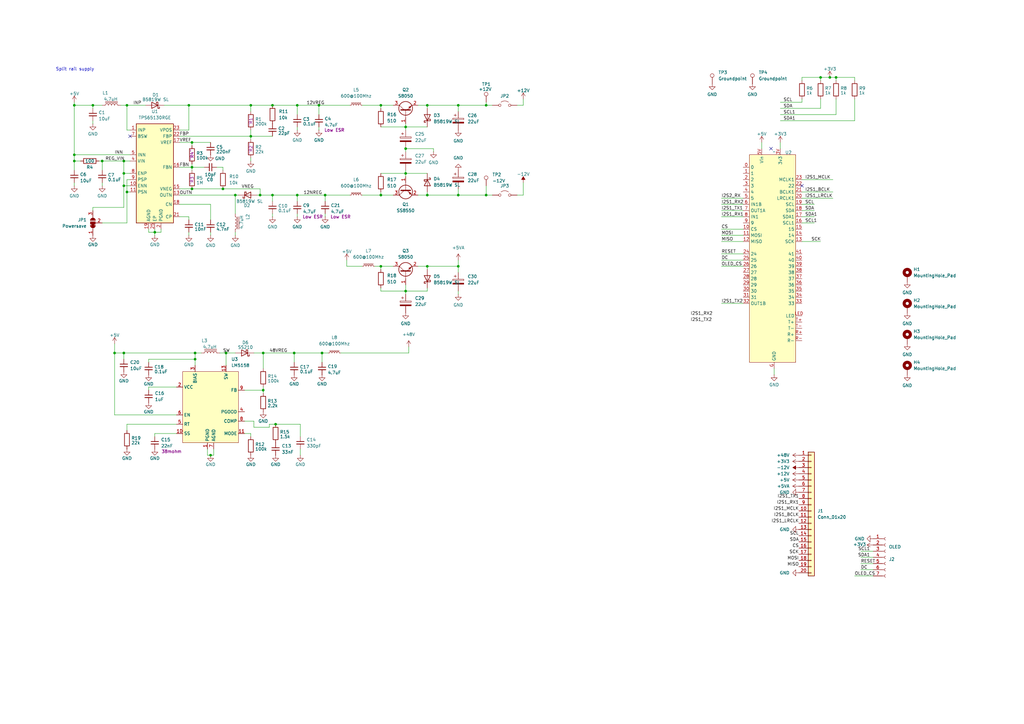
<source format=kicad_sch>
(kicad_sch (version 20250114) (generator "eeschema") (generator_version "9.0")
  (paper "A3")
  (text "Split rail supply" (at 22.86 29.21 0) (effects (font (size 1.27 1.27)) (justify left bottom)))
  (junction (at 156.21 109.22))
  (junction (at 342.9 31.75))
  (junction (at 175.26 109.22))
  (junction (at 77.47 43.18))
  (junction (at 102.87 55.88))
  (junction (at 166.37 52.07))
  (junction (at 50.8 66.04))
  (junction (at 50.8 71.12))
  (junction (at 133.35 80.01))
  (junction (at 80.01 147.32))
  (junction (at 30.48 63.5))
  (junction (at 175.26 43.18))
  (junction (at 175.26 80.01))
  (junction (at 92.71 144.78))
  (junction (at 86.36 186.69))
  (junction (at 187.96 109.22))
  (junction (at 336.55 31.75))
  (junction (at 199.39 80.01))
  (junction (at 113.03 173.99))
  (junction (at 340.36 31.75))
  (junction (at 102.87 43.18))
  (junction (at 96.52 80.01))
  (junction (at 30.48 43.18))
  (junction (at 166.37 60.96))
  (junction (at 106.68 80.01))
  (junction (at 111.76 43.18))
  (junction (at 78.74 68.58))
  (junction (at 38.1 43.18))
  (junction (at 52.07 78.74))
  (junction (at 52.07 43.18))
  (junction (at 187.96 80.01))
  (junction (at 46.99 144.78))
  (junction (at 156.21 43.18))
  (junction (at 30.48 66.04))
  (junction (at 50.8 144.78))
  (junction (at 121.92 43.18))
  (junction (at 63.5 95.25))
  (junction (at 132.08 144.78))
  (junction (at 50.8 76.2))
  (junction (at 91.44 77.47))
  (junction (at 199.39 43.18))
  (junction (at 121.92 80.01))
  (junction (at 156.21 80.01))
  (junction (at 78.74 77.47))
  (junction (at 120.65 144.78))
  (junction (at 41.91 66.04))
  (junction (at 80.01 144.78))
  (junction (at 187.96 43.18))
  (junction (at 107.95 160.02))
  (junction (at 130.81 43.18))
  (junction (at 111.76 80.01))
  (junction (at 166.37 71.12))
  (junction (at 78.74 58.42))
  (junction (at 107.95 144.78))
  (junction (at 166.37 119.38))
  (no_connect (at 53.34 55.88))
  (no_connect (at 328.93 76.2))
  (no_connect (at 316.23 60.96))
  (wire (pts (xy 175.26 43.18) (xy 187.96 43.18)))
  (wire (pts (xy 91.44 77.47) (xy 106.68 77.47)))
  (wire (pts (xy 104.14 175.26) (xy 110.49 175.26)))
  (wire (pts (xy 320.04 46.99) (xy 342.9 46.99)))
  (wire (pts (xy 358.14 226.06) (xy 353.06 226.06)))
  (wire (pts (xy 40.64 66.04) (xy 41.91 66.04)))
  (wire (pts (xy 358.14 228.6) (xy 353.06 228.6)))
  (wire (pts (xy 77.47 43.18) (xy 77.47 53.34)))
  (wire (pts (xy 295.91 86.36) (xy 304.8 86.36)))
  (wire (pts (xy 78.74 68.58) (xy 83.82 68.58)))
  (wire (pts (xy 97.79 80.01) (xy 96.52 80.01)))
  (wire (pts (xy 320.04 44.45) (xy 336.55 44.45)))
  (wire (pts (xy 320.04 58.42) (xy 320.04 60.96)))
  (wire (pts (xy 73.66 83.82) (xy 86.36 83.82)))
  (wire (pts (xy 52.07 78.74) (xy 52.07 91.44)))
  (wire (pts (xy 78.74 59.69) (xy 78.74 58.42)))
  (wire (pts (xy 52.07 53.34) (xy 53.34 53.34)))
  (wire (pts (xy 167.64 144.78) (xy 167.64 142.24)))
  (wire (pts (xy 38.1 86.36) (xy 38.1 85.09)))
  (wire (pts (xy 199.39 80.01) (xy 201.93 80.01)))
  (wire (pts (xy 73.66 77.47) (xy 78.74 77.47)))
  (wire (pts (xy 295.91 81.28) (xy 304.8 81.28)))
  (wire (pts (xy 358.14 236.22) (xy 350.52 236.22)))
  (wire (pts (xy 121.92 53.34) (xy 121.92 52.07)))
  (wire (pts (xy 328.93 41.91) (xy 328.93 40.64)))
  (wire (pts (xy 111.76 88.9) (xy 111.76 87.63)))
  (wire (pts (xy 156.21 109.22) (xy 161.29 109.22)))
  (wire (pts (xy 110.49 173.99) (xy 113.03 173.99)))
  (wire (pts (xy 60.96 93.98) (xy 60.96 95.25)))
  (wire (pts (xy 66.04 95.25) (xy 66.04 93.98)))
  (wire (pts (xy 317.5 151.13) (xy 317.5 153.67)))
  (wire (pts (xy 336.55 31.75) (xy 340.36 31.75)))
  (wire (pts (xy 52.07 78.74) (xy 53.34 78.74)))
  (wire (pts (xy 295.91 96.52) (xy 304.8 96.52)))
  (wire (pts (xy 102.87 179.07) (xy 102.87 177.8)))
  (wire (pts (xy 350.52 40.64) (xy 350.52 49.53)))
  (wire (pts (xy 110.49 175.26) (xy 110.49 173.99)))
  (wire (pts (xy 175.26 78.74) (xy 175.26 80.01)))
  (wire (pts (xy 50.8 76.2) (xy 53.34 76.2)))
  (wire (pts (xy 320.04 49.53) (xy 350.52 49.53)))
  (wire (pts (xy 123.19 179.07) (xy 123.19 173.99)))
  (wire (pts (xy 90.17 144.78) (xy 92.71 144.78)))
  (wire (pts (xy 78.74 77.47) (xy 91.44 77.47)))
  (wire (pts (xy 73.66 58.42) (xy 78.74 58.42)))
  (wire (pts (xy 52.07 43.18) (xy 59.69 43.18)))
  (wire (pts (xy 187.96 43.18) (xy 187.96 45.72)))
  (wire (pts (xy 295.91 124.46) (xy 304.8 124.46)))
  (wire (pts (xy 50.8 71.12) (xy 53.34 71.12)))
  (wire (pts (xy 77.47 53.34) (xy 73.66 53.34)))
  (wire (pts (xy 50.8 71.12) (xy 50.8 66.04)))
  (wire (pts (xy 142.24 109.22) (xy 148.59 109.22)))
  (wire (pts (xy 111.76 55.88) (xy 102.87 55.88)))
  (wire (pts (xy 166.37 71.12) (xy 166.37 72.39)))
  (wire (pts (xy 175.26 43.18) (xy 175.26 44.45)))
  (wire (pts (xy 52.07 173.99) (xy 52.07 176.53)))
  (wire (pts (xy 295.91 99.06) (xy 304.8 99.06)))
  (wire (pts (xy 166.37 71.12) (xy 175.26 71.12)))
  (wire (pts (xy 133.35 82.55) (xy 133.35 80.01)))
  (wire (pts (xy 41.91 91.44) (xy 52.07 91.44)))
  (wire (pts (xy 156.21 71.12) (xy 166.37 71.12)))
  (wire (pts (xy 80.01 147.32) (xy 80.01 149.86)))
  (wire (pts (xy 60.96 160.02) (xy 60.96 158.75)))
  (wire (pts (xy 102.87 53.34) (xy 102.87 55.88)))
  (wire (pts (xy 166.37 116.84) (xy 166.37 119.38)))
  (wire (pts (xy 295.91 104.14) (xy 304.8 104.14)))
  (wire (pts (xy 120.65 144.78) (xy 107.95 144.78)))
  (wire (pts (xy 78.74 68.58) (xy 78.74 69.85)))
  (wire (pts (xy 87.63 184.15) (xy 87.63 186.69)))
  (wire (pts (xy 107.95 160.02) (xy 107.95 158.75)))
  (wire (pts (xy 328.93 31.75) (xy 336.55 31.75)))
  (wire (pts (xy 113.03 173.99) (xy 123.19 173.99)))
  (wire (pts (xy 96.52 96.52) (xy 96.52 95.25)))
  (wire (pts (xy 328.93 91.44) (xy 334.01 91.44)))
  (wire (pts (xy 171.45 109.22) (xy 175.26 109.22)))
  (wire (pts (xy 77.47 96.52) (xy 77.47 95.25)))
  (wire (pts (xy 50.8 66.04) (xy 53.34 66.04)))
  (wire (pts (xy 336.55 31.75) (xy 336.55 33.02)))
  (wire (pts (xy 41.91 66.04) (xy 50.8 66.04)))
  (wire (pts (xy 187.96 77.47) (xy 187.96 80.01)))
  (wire (pts (xy 120.65 148.59) (xy 120.65 144.78)))
  (wire (pts (xy 30.48 43.18) (xy 30.48 41.91)))
  (wire (pts (xy 104.14 172.72) (xy 104.14 175.26)))
  (wire (pts (xy 320.04 41.91) (xy 328.93 41.91)))
  (wire (pts (xy 328.93 88.9) (xy 334.01 88.9)))
  (wire (pts (xy 166.37 50.8) (xy 166.37 52.07)))
  (wire (pts (xy 214.63 80.01) (xy 212.09 80.01)))
  (wire (pts (xy 105.41 80.01) (xy 106.68 80.01)))
  (wire (pts (xy 133.35 80.01) (xy 143.51 80.01)))
  (wire (pts (xy 187.96 43.18) (xy 199.39 43.18)))
  (wire (pts (xy 50.8 144.78) (xy 80.01 144.78)))
  (wire (pts (xy 121.92 80.01) (xy 111.76 80.01)))
  (wire (pts (xy 46.99 170.18) (xy 46.99 144.78)))
  (wire (pts (xy 187.96 106.68) (xy 187.96 109.22)))
  (wire (pts (xy 63.5 95.25) (xy 66.04 95.25)))
  (wire (pts (xy 88.9 68.58) (xy 91.44 68.58)))
  (wire (pts (xy 295.91 83.82) (xy 304.8 83.82)))
  (wire (pts (xy 60.96 95.25) (xy 63.5 95.25)))
  (wire (pts (xy 166.37 119.38) (xy 175.26 119.38)))
  (wire (pts (xy 148.59 80.01) (xy 156.21 80.01)))
  (wire (pts (xy 73.66 80.01) (xy 96.52 80.01)))
  (wire (pts (xy 30.48 66.04) (xy 33.02 66.04)))
  (wire (pts (xy 156.21 44.45) (xy 156.21 43.18)))
  (wire (pts (xy 130.81 43.18) (xy 143.51 43.18)))
  (wire (pts (xy 78.74 58.42) (xy 86.36 58.42)))
  (wire (pts (xy 177.8 60.96) (xy 166.37 60.96)))
  (wire (pts (xy 72.39 173.99) (xy 52.07 173.99)))
  (wire (pts (xy 328.93 83.82) (xy 334.01 83.82)))
  (wire (pts (xy 102.87 55.88) (xy 102.87 57.15)))
  (wire (pts (xy 49.53 43.18) (xy 52.07 43.18)))
  (wire (pts (xy 60.96 147.32) (xy 80.01 147.32)))
  (wire (pts (xy 132.08 144.78) (xy 120.65 144.78)))
  (wire (pts (xy 63.5 177.8) (xy 63.5 179.07)))
  (wire (pts (xy 91.44 69.85) (xy 91.44 68.58)))
  (wire (pts (xy 50.8 71.12) (xy 50.8 76.2)))
  (wire (pts (xy 63.5 93.98) (xy 63.5 95.25)))
  (wire (pts (xy 214.63 40.64) (xy 214.63 43.18)))
  (wire (pts (xy 171.45 43.18) (xy 175.26 43.18)))
  (wire (pts (xy 50.8 85.09) (xy 50.8 76.2)))
  (wire (pts (xy 85.09 184.15) (xy 85.09 186.69)))
  (wire (pts (xy 328.93 73.66) (xy 341.63 73.66)))
  (wire (pts (xy 121.92 43.18) (xy 130.81 43.18)))
  (wire (pts (xy 171.45 80.01) (xy 175.26 80.01)))
  (wire (pts (xy 38.1 43.18) (xy 38.1 44.45)))
  (wire (pts (xy 336.55 40.64) (xy 336.55 44.45)))
  (wire (pts (xy 121.92 43.18) (xy 121.92 46.99)))
  (wire (pts (xy 111.76 80.01) (xy 106.68 80.01)))
  (wire (pts (xy 41.91 76.2) (xy 41.91 74.93)))
  (wire (pts (xy 102.87 66.04) (xy 102.87 64.77)))
  (wire (pts (xy 100.33 177.8) (xy 102.87 177.8)))
  (wire (pts (xy 121.92 82.55) (xy 121.92 80.01)))
  (wire (pts (xy 133.35 88.9) (xy 133.35 87.63)))
  (wire (pts (xy 123.19 184.15) (xy 123.19 186.69)))
  (wire (pts (xy 133.35 80.01) (xy 121.92 80.01)))
  (wire (pts (xy 199.39 43.18) (xy 201.93 43.18)))
  (wire (pts (xy 77.47 43.18) (xy 102.87 43.18)))
  (wire (pts (xy 30.48 66.04) (xy 30.48 63.5)))
  (wire (pts (xy 86.36 186.69) (xy 87.63 186.69)))
  (wire (pts (xy 53.34 73.66) (xy 52.07 73.66)))
  (wire (pts (xy 92.71 144.78) (xy 96.52 144.78)))
  (wire (pts (xy 295.91 109.22) (xy 304.8 109.22)))
  (wire (pts (xy 342.9 31.75) (xy 350.52 31.75)))
  (wire (pts (xy 156.21 110.49) (xy 156.21 109.22)))
  (wire (pts (xy 156.21 119.38) (xy 156.21 118.11)))
  (wire (pts (xy 328.93 86.36) (xy 334.01 86.36)))
  (wire (pts (xy 312.42 58.42) (xy 312.42 60.96)))
  (wire (pts (xy 46.99 140.97) (xy 46.99 144.78)))
  (wire (pts (xy 96.52 80.01) (xy 96.52 87.63)))
  (wire (pts (xy 139.7 144.78) (xy 167.64 144.78)))
  (wire (pts (xy 86.36 83.82) (xy 86.36 90.17)))
  (wire (pts (xy 342.9 40.64) (xy 342.9 46.99)))
  (wire (pts (xy 100.33 172.72) (xy 104.14 172.72)))
  (wire (pts (xy 340.36 31.75) (xy 342.9 31.75)))
  (wire (pts (xy 153.67 109.22) (xy 156.21 109.22)))
  (wire (pts (xy 38.1 85.09) (xy 50.8 85.09)))
  (wire (pts (xy 73.66 68.58) (xy 78.74 68.58)))
  (wire (pts (xy 214.63 43.18) (xy 212.09 43.18)))
  (wire (pts (xy 199.39 76.2) (xy 199.39 80.01)))
  (wire (pts (xy 77.47 90.17) (xy 77.47 88.9)))
  (wire (pts (xy 175.26 80.01) (xy 187.96 80.01)))
  (wire (pts (xy 187.96 120.65) (xy 187.96 119.38)))
  (wire (pts (xy 50.8 144.78) (xy 50.8 147.32)))
  (wire (pts (xy 38.1 43.18) (xy 41.91 43.18)))
  (wire (pts (xy 111.76 43.18) (xy 121.92 43.18)))
  (wire (pts (xy 328.93 99.06) (xy 336.55 99.06)))
  (wire (pts (xy 30.48 66.04) (xy 30.48 69.85)))
  (wire (pts (xy 148.59 43.18) (xy 156.21 43.18)))
  (wire (pts (xy 295.91 93.98) (xy 304.8 93.98)))
  (wire (pts (xy 130.81 53.34) (xy 130.81 52.07)))
  (wire (pts (xy 106.68 80.01) (xy 106.68 77.47)))
  (wire (pts (xy 156.21 43.18) (xy 161.29 43.18)))
  (wire (pts (xy 30.48 43.18) (xy 30.48 63.5)))
  (wire (pts (xy 132.08 144.78) (xy 134.62 144.78)))
  (wire (pts (xy 166.37 69.85) (xy 166.37 71.12)))
  (wire (pts (xy 130.81 43.18) (xy 130.81 46.99)))
  (wire (pts (xy 199.39 41.91) (xy 199.39 43.18)))
  (wire (pts (xy 63.5 96.52) (xy 63.5 95.25)))
  (wire (pts (xy 102.87 45.72) (xy 102.87 43.18)))
  (wire (pts (xy 46.99 144.78) (xy 50.8 144.78)))
  (wire (pts (xy 187.96 80.01) (xy 199.39 80.01)))
  (wire (pts (xy 121.92 88.9) (xy 121.92 87.63)))
  (wire (pts (xy 92.71 149.86) (xy 92.71 144.78)))
  (wire (pts (xy 156.21 52.07) (xy 166.37 52.07)))
  (wire (pts (xy 156.21 80.01) (xy 161.29 80.01)))
  (wire (pts (xy 142.24 106.68) (xy 142.24 109.22)))
  (wire (pts (xy 132.08 148.59) (xy 132.08 144.78)))
  (wire (pts (xy 60.96 158.75) (xy 72.39 158.75)))
  (wire (pts (xy 175.26 119.38) (xy 175.26 118.11)))
  (wire (pts (xy 177.8 60.96) (xy 177.8 62.23)))
  (wire (pts (xy 30.48 76.2) (xy 30.48 74.93)))
  (wire (pts (xy 175.26 109.22) (xy 187.96 109.22)))
  (wire (pts (xy 73.66 55.88) (xy 102.87 55.88)))
  (wire (pts (xy 107.95 160.02) (xy 107.95 161.29)))
  (wire (pts (xy 80.01 144.78) (xy 80.01 147.32)))
  (wire (pts (xy 342.9 31.75) (xy 342.9 33.02)))
  (wire (pts (xy 214.63 74.93) (xy 214.63 80.01)))
  (wire (pts (xy 82.55 144.78) (xy 80.01 144.78)))
  (wire (pts (xy 107.95 151.13) (xy 107.95 144.78)))
  (wire (pts (xy 77.47 88.9) (xy 73.66 88.9)))
  (wire (pts (xy 353.06 231.14) (xy 358.14 231.14)))
  (wire (pts (xy 100.33 160.02) (xy 107.95 160.02)))
  (wire (pts (xy 85.09 186.69) (xy 86.36 186.69)))
  (wire (pts (xy 107.95 144.78) (xy 104.14 144.78)))
  (wire (pts (xy 30.48 43.18) (xy 38.1 43.18)))
  (wire (pts (xy 175.26 109.22) (xy 175.26 110.49)))
  (wire (pts (xy 38.1 50.8) (xy 38.1 49.53)))
  (wire (pts (xy 350.52 31.75) (xy 350.52 33.02)))
  (wire (pts (xy 295.91 106.68) (xy 304.8 106.68)))
  (wire (pts (xy 30.48 63.5) (xy 53.34 63.5)))
  (wire (pts (xy 187.96 109.22) (xy 187.96 111.76)))
  (wire (pts (xy 328.93 33.02) (xy 328.93 31.75)))
  (wire (pts (xy 295.91 88.9) (xy 304.8 88.9)))
  (wire (pts (xy 41.91 66.04) (xy 41.91 69.85)))
  (wire (pts (xy 328.93 81.28) (xy 341.63 81.28)))
  (wire (pts (xy 102.87 43.18) (xy 111.76 43.18)))
  (wire (pts (xy 111.76 82.55) (xy 111.76 80.01)))
  (wire (pts (xy 52.07 43.18) (xy 52.07 53.34)))
  (wire (pts (xy 166.37 52.07) (xy 166.37 53.34)))
  (wire (pts (xy 52.07 73.66) (xy 52.07 78.74)))
  (wire (pts (xy 166.37 119.38) (xy 166.37 120.65)))
  (wire (pts (xy 156.21 78.74) (xy 156.21 80.01)))
  (wire (pts (xy 78.74 67.31) (xy 78.74 68.58)))
  (wire (pts (xy 72.39 177.8) (xy 63.5 177.8)))
  (wire (pts (xy 86.36 96.52) (xy 86.36 95.25)))
  (wire (pts (xy 156.21 119.38) (xy 166.37 119.38)))
  (wire (pts (xy 166.37 60.96) (xy 166.37 62.23)))
  (wire (pts (xy 166.37 52.07) (xy 175.26 52.07)))
  (wire (pts (xy 358.14 233.68) (xy 353.06 233.68)))
  (wire (pts (xy 328.93 78.74) (xy 341.63 78.74)))
  (wire (pts (xy 67.31 43.18) (xy 77.47 43.18)))
  (wire (pts (xy 60.96 148.59) (xy 60.96 147.32)))
  (wire (pts (xy 72.39 170.18) (xy 46.99 170.18)))
  (label "I2S1_BCLK" (at 327.66 212.09 180))
  (label "I2S1_LRCLK" (at 330.2 81.28 0))
  (label "SCK" (at 327.66 227.33 180))
  (label "FBP" (at 73.66 55.88 0))
  (label "I2S1_RX1" (at 327.66 207.01 180))
  (label "DC" (at 295.91 106.68 0))
  (label "MISO" (at 327.66 232.41 180))
  (label "I2S1_TX2" (at 295.91 124.46 0))
  (label "SCL" (at 330.2 83.82 0))
  (label "I2S1_RX2" (at 283.21 129.54 0))
  (label "I2S1_MCLK" (at 327.66 209.55 180))
  (label "CS" (at 327.66 224.79 180))
  (label "I2S1_LRCLK" (at 327.66 214.63 180))
  (label "I2S1_TX1" (at 295.91 86.36 0))
  (label "OUTN" (at 73.66 80.01 0))
  (label "I2S1_RX1" (at 295.91 88.9 0))
  (label "SDA" (at 327.66 222.25 180))
  (label "INN" (at 46.99 63.5 0))
  (label "REG_VIN" (at 43.18 66.04 0))
  (label "OLED_CS" (at 295.91 109.22 0))
  (label "SDA1" (at 330.2 88.9 0))
  (label "I2S1_MCLK" (at 330.2 73.66 0))
  (label "SDA1" (at 356.87 228.6 180))
  (label "SW" (at 91.44 144.78 0))
  (label "SCL1" (at 321.31 46.99 0))
  (label "VNEG" (at 99.06 77.47 0))
  (label "INP" (at 54.61 43.18 0))
  (label "CS" (at 295.91 93.98 0))
  (label "SCL1" (at 330.2 91.44 0))
  (label "DC" (at 353.06 233.68 0))
  (label "SCK" (at 332.74 99.06 0))
  (label "MOSI" (at 327.66 229.87 180))
  (label "MOSI" (at 295.91 96.52 0))
  (label "12NREG" (at 124.46 80.01 0))
  (label "12VREG" (at 125.73 43.18 0))
  (label "I2S1_TX2" (at 283.21 132.08 0))
  (label "SDA" (at 321.31 44.45 0))
  (label "SCL1" (at 356.87 226.06 180))
  (label "I2S1_RX2" (at 295.91 83.82 0))
  (label "SCL" (at 327.66 219.71 180))
  (label "I2S2_RX" (at 295.91 81.28 0))
  (label "RESET" (at 295.91 104.14 0))
  (label "RESET" (at 353.06 231.14 0))
  (label "VREF" (at 73.66 58.42 0))
  (label "SDA" (at 330.2 86.36 0))
  (label "I2S1_BCLK" (at 330.2 78.74 0))
  (label "SDA1" (at 321.31 49.53 0))
  (label "I2S1_TX1" (at 327.66 204.47 180))
  (label "FBN" (at 73.66 68.58 0))
  (label "SCL" (at 321.31 41.91 0))
  (label "48VREG" (at 110.49 144.78 0))
  (label "MISO" (at 295.91 99.06 0))
  (label "OLED_CS" (at 350.52 236.22 0))
  (symbol (lib_id "Mechanical:MountingHole_Pad") (at 372.11 125.73 0) (unit 1) (exclude_from_sim yes) (in_bom no)
    (property "Reference" "H2" (at 374.65 123.1899 0) (effects (justify left)))
    (property "Value" "MountingHole_Pad" (at 374.65 125.7299 0) (effects (justify left)))
    (property "Footprint" "MountingHole:MountingHole_3.2mm_M3_Pad_Via" (effects (hide yes)))
    (property "Description" "Mounting Hole with connection" (effects (hide yes)))
  )
  (symbol (lib_id "power:GND") (at 187.96 53.34 0) (unit 1)
    (property "Reference" "#PWR049" (effects (hide yes)))
    (property "Value" "GND" (at 187.96 57.7834 0))
    (property "Description" "Power symbol creates a global label with name \"GND\" , ground" (effects (hide yes)))
  )
  (symbol (lib_id "Device:R") (at 78.74 63.5 180) (unit 1)
    (property "Reference" "R3" (at 80.518 62.8563 0) (effects (justify right)))
    (property "Value" "100k" (at 80.518 64.7773 0) (effects (justify right)))
    (property "Footprint" "Resistor_SMD:R_0402_1005Metric" (effects (hide yes)))
    (property "LCSC" "C25741" (effects (hide yes)))
    (property "DatasheetRef" "\"R4\"" (at 78.74 63.5 90))
  )
  (symbol (lib_id "power:GND") (at 63.5 96.52 0) (unit 1)
    (property "Reference" "#PWR014" (effects (hide yes)))
    (property "Value" "GND" (at 63.5 100.33 0))
    (property "Description" "Power symbol creates a global label with name \"GND\" , ground" (effects (hide yes)))
  )
  (symbol (lib_id "power:GND") (at 63.5 184.15 0) (unit 1)
    (property "Reference" "#PWR037" (effects (hide yes)))
    (property "Value" "GND" (at 63.5 187.96 0))
    (property "Description" "Power symbol creates a global label with name \"GND\" , ground" (effects (hide yes)))
  )
  (symbol (lib_id "Mechanical:MountingHole_Pad") (at 372.11 138.43 0) (unit 1) (exclude_from_sim yes) (in_bom no)
    (property "Reference" "H3" (at 374.65 135.8899 0) (effects (justify left)))
    (property "Value" "MountingHole_Pad" (at 374.65 138.4299 0) (effects (justify left)))
    (property "Footprint" "MountingHole:MountingHole_3.2mm_M3_Pad_Via" (effects (hide yes)))
    (property "Description" "Mounting Hole with connection" (effects (hide yes)))
  )
  (symbol (lib_id "power:GND") (at 292.1 34.29 0) (unit 1)
    (property "Reference" "#PWR046" (effects (hide yes)))
    (property "Value" "GND" (at 292.1 38.7334 0))
    (property "Description" "Power symbol creates a global label with name \"GND\" , ground" (effects (hide yes)))
  )
  (symbol (lib_id "power:GND") (at 102.87 186.69 0) (unit 1)
    (property "Reference" "#PWR026" (effects (hide yes)))
    (property "Value" "GND" (at 102.87 190.5 0))
    (property "Description" "Power symbol creates a global label with name \"GND\" , ground" (effects (hide yes)))
  )
  (symbol (lib_id "Jumper:SolderJumper_3_Bridged12") (at 38.1 91.44 90) (unit 1) (exclude_from_sim yes) (in_bom no)
    (property "Reference" "JP1" (at 35.56 90.1699 90) (effects (justify left)))
    (property "Value" "Powersave" (at 35.56 92.7099 90) (effects (justify left)))
    (property "Footprint" "Jumper:SolderJumper-3_P1.3mm_Bridged2Bar12_Pad1.0x1.5mm_NumberLabels" (effects (hide yes)))
    (property "Description" "3-pole Solder Jumper, pins 1+2 closed/bridged" (effects (hide yes)))
  )
  (symbol (lib_id "Device:R") (at 113.03 177.8 180) (unit 1)
    (property "Reference" "R15" (at 114.808 177.1563 0) (effects (justify right)))
    (property "Value" "1.5k" (at 114.808 179.0773 0) (effects (justify right)))
    (property "Footprint" "Resistor_SMD:R_0402_1005Metric" (effects (hide yes)))
    (property "LCSC" "C25867" (effects (hide yes)))
  )
  (symbol (lib_id "Jumper:Jumper_2_Open") (at 207.01 43.18 0) (unit 1) (exclude_from_sim yes)
    (property "Reference" "JP2" (at 207.01 39.37 0))
    (property "Value" "Jumper_2_Open" (effects (hide yes)))
    (property "Footprint" "Connector_PinHeader_2.54mm:PinHeader_1x02_P2.54mm_Vertical" (effects (hide yes)))
    (property "Description" "Jumper, 2-pole, open" (effects (hide yes)))
  )
  (symbol (lib_id "Device:R") (at 91.44 73.66 0) (unit 1)
    (property "Reference" "R10" (at 93.98 72.3899 0) (effects (justify left)))
    (property "Value" "10k" (at 93.98 74.9299 0) (effects (justify left)))
    (property "Footprint" "Resistor_SMD:R_0402_1005Metric" (effects (hide yes)))
    (property "Description" "Resistor" (effects (hide yes)))
  )
  (symbol (lib_id "power:+3V3") (at 327.66 189.23 90) (unit 1)
    (property "Reference" "#PWR039" (effects (hide yes)))
    (property "Value" "+3V3" (at 323.85 189.2299 90) (effects (justify left)))
  )
  (symbol (lib_id "power:+3V3") (at 358.14 223.52 90) (unit 1)
    (property "Reference" "#PWR045" (effects (hide yes)))
    (property "Value" "+3V3" (at 352.552 223.266 90))
  )
  (symbol (lib_id "power:GND") (at 308.61 34.29 0) (unit 1)
    (property "Reference" "#PWR047" (effects (hide yes)))
    (property "Value" "GND" (at 308.61 38.7334 0))
    (property "Description" "Power symbol creates a global label with name \"GND\" , ground" (effects (hide yes)))
  )
  (symbol (lib_id "Device:L_Ferrite_Small") (at 146.05 80.01 90) (unit 1)
    (property "Reference" "L6" (at 146.05 73.66 90))
    (property "Value" "600@100Mhz" (at 146.05 76.2 90))
    (property "Footprint" "Inductor_SMD:L_0603_1608Metric" (effects (hide yes)))
    (property "Datasheet" "https://www.lcsc.com/datasheet/lcsc_datasheet_2310301640_Sunlord-GZ1608D601TF_C1002.pdf" (effects (hide yes)))
    (property "Description" "Inductor with ferrite core, small symbol" (effects (hide yes)))
    (property "LCSC" "C1002" (effects (hide yes)))
  )
  (symbol (lib_id "Device:L_Ferrite_Small") (at 151.13 109.22 90) (unit 1)
    (property "Reference" "L7" (at 151.13 102.87 90))
    (property "Value" "600@100Mhz" (at 151.13 105.41 90))
    (property "Footprint" "Inductor_SMD:L_0603_1608Metric" (effects (hide yes)))
    (property "Datasheet" "https://www.lcsc.com/datasheet/lcsc_datasheet_2310301640_Sunlord-GZ1608D601TF_C1002.pdf" (effects (hide yes)))
    (property "Description" "Inductor with ferrite core, small symbol" (effects (hide yes)))
    (property "LCSC" "C1002" (effects (hide yes)))
  )
  (symbol (lib_id "Device:L_Iron") (at 45.72 43.18 270) (mirror x) (unit 1)
    (property "Reference" "L1" (at 44.45 38.1 90) (effects (justify right)))
    (property "Value" "4.7uH" (at 48.26 40.64 90) (effects (justify right)))
    (property "Footprint" "Inductor_SMD:L_Wuerth_WE-TPC-3816" (effects (hide yes)))
    (property "Lmin" "92uH" (effects (hide yes)))
    (property "MPN" "744031004" (effects (hide yes)))
  )
  (symbol (lib_id "power:GND") (at 86.36 96.52 0) (unit 1)
    (property "Reference" "#PWR016" (effects (hide yes)))
    (property "Value" "GND" (at 86.36 100.6555 0))
    (property "Description" "Power symbol creates a global label with name \"GND\" , ground" (effects (hide yes)))
  )
  (symbol (lib_id "power:GND") (at 372.11 115.57 0) (unit 1)
    (property "Reference" "#PWR040" (effects (hide yes)))
    (property "Value" "GND" (at 372.11 120.0134 0))
    (property "Description" "Power symbol creates a global label with name \"GND\" , ground" (effects (hide yes)))
  )
  (symbol (lib_id "Device:C_Small") (at 111.76 85.09 0) (unit 1)
    (property "Reference" "C10" (at 114.0841 84.4526 0) (effects (justify left)))
    (property "Value" "0.1uF" (at 114.0841 86.3736 0) (effects (justify left)))
    (property "Footprint" "Capacitor_SMD:C_0402_1005Metric" (effects (hide yes)))
    (property "LCSC" "C307331" (effects (hide yes)))
  )
  (symbol (lib_id "power:GND") (at 102.87 66.04 0) (unit 1)
    (property "Reference" "#PWR07" (effects (hide yes)))
    (property "Value" "GND" (at 102.87 70.1755 0))
    (property "Description" "Power symbol creates a global label with name \"GND\" , ground" (effects (hide yes)))
  )
  (symbol (lib_id "Device:C_Small") (at 50.8 149.86 0) (unit 1)
    (property "Reference" "C20" (at 53.34 148.5962 0) (effects (justify left)))
    (property "Value" "10uF" (at 53.34 151.1362 0) (effects (justify left)))
    (property "Footprint" "Capacitor_SMD:C_0805_2012Metric_Pad1.18x1.45mm_HandSolder" (effects (hide yes)))
    (property "LCSC" "C15850" (effects (hide yes)))
  )
  (symbol (lib_id "Mechanical:MountingHole_Pad") (at 372.11 151.13 0) (unit 1) (exclude_from_sim yes) (in_bom no)
    (property "Reference" "H4" (at 374.65 148.5899 0) (effects (justify left)))
    (property "Value" "MountingHole_Pad" (at 374.65 151.1299 0) (effects (justify left)))
    (property "Footprint" "MountingHole:MountingHole_3.2mm_M3_Pad_Via" (effects (hide yes)))
    (property "Description" "Mounting Hole with connection" (effects (hide yes)))
  )
  (symbol (lib_id "power:+3V3") (at 320.04 58.42 0) (unit 1)
    (property "Reference" "#PWR020" (effects (hide yes)))
    (property "Value" "+3V3" (at 320.04 54.9181 0))
  )
  (symbol (lib_id "power:GND") (at 50.8 152.4 0) (unit 1)
    (property "Reference" "#PWR058" (effects (hide yes)))
    (property "Value" "GND" (at 50.8 156.21 0))
    (property "Description" "Power symbol creates a global label with name \"GND\" , ground" (effects (hide yes)))
  )
  (symbol (lib_id "power:GND") (at 317.5 153.67 0) (unit 1)
    (property "Reference" "#PWR021" (effects (hide yes)))
    (property "Value" "GND" (at 317.5 157.8055 0))
    (property "Description" "Power symbol creates a global label with name \"GND\" , ground" (effects (hide yes)))
  )
  (symbol (lib_id "Device:R") (at 107.95 165.1 180) (unit 1)
    (property "Reference" "R13" (at 109.728 164.4563 0) (effects (justify right)))
    (property "Value" "2.2k" (at 109.728 166.3773 0) (effects (justify right)))
    (property "Footprint" "Resistor_SMD:R_0402_1005Metric" (effects (hide yes)))
    (property "LCSC" "C25879" (effects (hide yes)))
  )
  (symbol (lib_id "power:GND") (at 130.81 53.34 0) (unit 1)
    (property "Reference" "#PWR05" (effects (hide yes)))
    (property "Value" "GND" (at 130.81 57.4755 0))
    (property "Description" "Power symbol creates a global label with name \"GND\" , ground" (effects (hide yes)))
  )
  (symbol (lib_id "power:GND") (at 113.03 186.69 0) (unit 1)
    (property "Reference" "#PWR032" (effects (hide yes)))
    (property "Value" "GND" (at 113.03 190.5 0))
    (property "Description" "Power symbol creates a global label with name \"GND\" , ground" (effects (hide yes)))
  )
  (symbol (lib_id "Device:L_Ferrite_Small") (at 137.16 144.78 90) (unit 1)
    (property "Reference" "L8" (at 137.16 138.43 90))
    (property "Value" "600@100Mhz" (at 137.16 140.97 90))
    (property "Footprint" "Inductor_SMD:L_0603_1608Metric" (effects (hide yes)))
    (property "Datasheet" "https://www.lcsc.com/datasheet/lcsc_datasheet_2310301640_Sunlord-GZ1608D601TF_C1002.pdf" (effects (hide yes)))
    (property "Description" "Inductor with ferrite core, small symbol" (effects (hide yes)))
    (property "LCSC" "C1002" (effects (hide yes)))
  )
  (symbol (lib_id "Device:C_Small") (at 86.36 92.71 0) (unit 1)
    (property "Reference" "C12" (at 88.6841 92.0726 0) (effects (justify left)))
    (property "Value" "4.7nF" (at 88.6841 93.9936 0) (effects (justify left)))
    (property "Footprint" "Capacitor_SMD:C_0402_1005Metric" (effects (hide yes)))
    (property "LCSC" "C1538" (effects (hide yes)))
  )
  (symbol (lib_id "Library:LM5158") (at 74.93 149.86 0) (unit 1)
    (property "Reference" "U3" (at 94.8533 147.32 0) (effects (justify left)))
    (property "Value" "LM5158" (at 94.8533 149.86 0) (effects (justify left)))
    (property "Footprint" "Package_DFN_QFN:WQFN-16-1EP_3x3mm_P0.5mm_EP1.68x1.68mm_ThermalVias" (effects (hide yes)))
    (property "Datasheet" "https://www.ti.com/lit/ds/symlink/lm5158.pdf" (effects (hide yes)))
  )
  (symbol (lib_id "Connector:TestPoint") (at 199.39 76.2 0) (unit 1)
    (property "Reference" "TP2" (at 201.93 71.6279 0) (effects (justify left)))
    (property "Value" "-12V" (at 201.93 74.1679 0) (effects (justify left)))
    (property "Footprint" "TestPoint:TestPoint_Plated_Hole_D2.0mm" (effects (hide yes)))
    (property "Description" "test point" (effects (hide yes)))
  )
  (symbol (lib_id "Device:C_Small") (at 121.92 49.53 0) (unit 1)
    (property "Reference" "C3" (at 124.2441 48.8926 0) (effects (justify left)))
    (property "Value" "0.1uF" (at 124.2441 50.8136 0) (effects (justify left)))
    (property "Footprint" "Capacitor_SMD:C_0603_1608Metric_Pad1.08x0.95mm_HandSolder" (effects (hide yes)))
    (property "LCSC" "C14663" (effects (hide yes)))
  )
  (symbol (lib_id "Device:R") (at 107.95 154.94 180) (unit 1)
    (property "Reference" "R14" (at 109.728 154.2963 0) (effects (justify right)))
    (property "Value" "100k" (at 109.728 156.2173 0) (effects (justify right)))
    (property "Footprint" "Resistor_SMD:R_0402_1005Metric" (effects (hide yes)))
    (property "LCSC" "C25741" (effects (hide yes)))
  )
  (symbol (lib_id "power:+5VA") (at 327.66 199.39 90) (unit 1)
    (property "Reference" "#PWR029" (effects (hide yes)))
    (property "Value" "+5VA" (at 323.85 199.3899 90) (effects (justify left)))
    (property "Description" "Power symbol creates a global label with name \"+5VA\"" (effects (hide yes)))
  )
  (symbol (lib_id "Device:L_Iron") (at 96.52 91.44 0) (mirror x) (unit 1)
    (property "Reference" "L2" (at 101.6 90.17 90) (effects (justify right)))
    (property "Value" "4.7uH" (at 99.06 93.98 90) (effects (justify right)))
    (property "Footprint" "Inductor_SMD:L_Wuerth_WE-TPC-3816" (effects (hide yes)))
    (property "Lmin" "92uH" (effects (hide yes)))
    (property "MPN" "744031004" (effects (hide yes)))
  )
  (symbol (lib_id "Device:D_Schottky") (at 101.6 80.01 0) (mirror x) (unit 1)
    (property "Reference" "D2" (at 101.2825 84.2899 0))
    (property "Value" "B5819W SL" (at 102.362 82.55 0))
    (property "Footprint" "Diode_SMD:D_SOD-123" (effects (hide yes)))
    (property "LCSC" "C8598" (effects (hide yes)))
  )
  (symbol (lib_id "power:GND") (at 60.96 165.1 0) (unit 1)
    (property "Reference" "#PWR053" (effects (hide yes)))
    (property "Value" "GND" (at 60.96 168.91 0))
    (property "Description" "Power symbol creates a global label with name \"GND\" , ground" (effects (hide yes)))
  )
  (symbol (lib_id "power:GND") (at 121.92 53.34 0) (unit 1)
    (property "Reference" "#PWR04" (effects (hide yes)))
    (property "Value" "GND" (at 121.92 57.4755 0))
    (property "Description" "Power symbol creates a global label with name \"GND\" , ground" (effects (hide yes)))
  )
  (symbol (lib_id "Device:C_Small") (at 132.08 151.13 0) (unit 1)
    (property "Reference" "C19" (at 134.4041 150.3016 0) (effects (justify left)))
    (property "Value" "4.7uF" (at 134.4041 152.8385 0) (effects (justify left)))
    (property "Footprint" "Capacitor_SMD:C_0805_2012Metric" (effects (hide yes)))
    (property "LCSC" "C1779" (effects (hide yes)))
    (property "DatasheetRef" "C5" (effects (hide yes)))
  )
  (symbol (lib_id "Device:R") (at 102.87 49.53 180) (unit 1)
    (property "Reference" "R1" (at 104.648 48.8863 0) (effects (justify right)))
    (property "Value" "200k" (at 104.648 50.8073 0) (effects (justify right)))
    (property "Footprint" "Resistor_SMD:R_0402_1005Metric" (effects (hide yes)))
    (property "LCSC" "C25764" (effects (hide yes)))
    (property "DatasheetRef" "\"R1\"" (at 102.87 49.53 90))
  )
  (symbol (lib_id "power:GND") (at 166.37 128.27 0) (unit 1)
    (property "Reference" "#PWR052" (effects (hide yes)))
    (property "Value" "GND" (at 166.37 132.7134 0))
    (property "Description" "Power symbol creates a global label with name \"GND\" , ground" (effects (hide yes)))
  )
  (symbol (lib_id "Device:R") (at 36.83 66.04 90) (unit 1)
    (property "Reference" "R4" (at 36.83 68.58 90))
    (property "Value" "100" (at 36.83 66.04 90))
    (property "Footprint" "Resistor_SMD:R_0402_1005Metric" (effects (hide yes)))
    (property "LCSC" "C25076" (effects (hide yes)))
  )
  (symbol (lib_id "power:GND") (at 372.11 128.27 0) (unit 1)
    (property "Reference" "#PWR041" (effects (hide yes)))
    (property "Value" "GND" (at 372.11 132.7134 0))
    (property "Description" "Power symbol creates a global label with name \"GND\" , ground" (effects (hide yes)))
  )
  (symbol (lib_id "Mechanical:MountingHole_Pad") (at 372.11 113.03 0) (unit 1) (exclude_from_sim yes) (in_bom no)
    (property "Reference" "H1" (at 374.65 110.4899 0) (effects (justify left)))
    (property "Value" "MountingHole_Pad" (at 374.65 113.0299 0) (effects (justify left)))
    (property "Footprint" "MountingHole:MountingHole_3.2mm_M3_Pad_Via" (effects (hide yes)))
    (property "Description" "Mounting Hole with connection" (effects (hide yes)))
  )
  (symbol (lib_id "power:+5V") (at 312.42 58.42 0) (unit 1)
    (property "Reference" "#PWR019" (effects (hide yes)))
    (property "Value" "+5V" (at 312.42 54.9181 0))
  )
  (symbol (lib_id "Jumper:Jumper_2_Open") (at 207.01 80.01 0) (unit 1) (exclude_from_sim yes)
    (property "Reference" "JP3" (at 207.01 76.2 0))
    (property "Value" "Jumper_2_Open" (effects (hide yes)))
    (property "Footprint" "Connector_PinHeader_2.54mm:PinHeader_1x02_P2.54mm_Vertical" (effects (hide yes)))
    (property "Description" "Jumper, 2-pole, open" (effects (hide yes)))
  )
  (symbol (lib_id "Device:R") (at 342.9 36.83 0) (unit 1)
    (property "Reference" "R8" (at 344.678 36.1863 0) (effects (justify left)))
    (property "Value" "1k" (at 344.678 38.1073 0) (effects (justify left)))
    (property "Footprint" "Resistor_SMD:R_0603_1608Metric_Pad0.98x0.95mm_HandSolder" (effects (hide yes)))
    (property "LCSC" "C21190" (effects (hide yes)))
  )
  (symbol (lib_id "power:GND") (at 38.1 96.52 0) (unit 1)
    (property "Reference" "#PWR011" (effects (hide yes)))
    (property "Value" "GND" (at 38.1 100.33 0))
    (property "Description" "Power symbol creates a global label with name \"GND\" , ground" (effects (hide yes)))
  )
  (symbol (lib_id "power:GND") (at 187.96 69.85 180) (unit 1)
    (property "Reference" "#PWR050" (effects (hide yes)))
    (property "Value" "GND" (at 187.96 64.77 0))
    (property "Description" "Power symbol creates a global label with name \"GND\" , ground" (effects (hide yes)))
  )
  (symbol (lib_id "power:+12V") (at 327.66 194.31 90) (unit 1)
    (property "Reference" "#PWR036" (effects (hide yes)))
    (property "Value" "+12V" (at 323.85 194.3099 90) (effects (justify left)))
  )
  (symbol (lib_id "power:GND") (at 372.11 153.67 0) (unit 1)
    (property "Reference" "#PWR043" (effects (hide yes)))
    (property "Value" "GND" (at 372.11 158.1134 0))
    (property "Description" "Power symbol creates a global label with name \"GND\" , ground" (effects (hide yes)))
  )
  (symbol (lib_id "Device:D_Schottky") (at 175.26 114.3 90) (unit 1)
    (property "Reference" "D5" (at 177.8 113.3474 90) (effects (justify right)))
    (property "Value" "B5819W SL" (at 177.8 115.8874 90) (effects (justify right)))
    (property "Footprint" "Diode_SMD:D_SOD-123" (effects (hide yes)))
    (property "LCSC" "C8598" (effects (hide yes)))
  )
  (symbol (lib_id "Device:C_Small") (at 121.92 85.09 0) (unit 1)
    (property "Reference" "C9" (at 124.2441 84.2616 0) (effects (justify left)))
    (property "Value" "4.7uF" (at 124.2441 86.7985 0) (effects (justify left)))
    (property "Footprint" "Capacitor_SMD:C_0805_2012Metric" (effects (hide yes)))
    (property "LCSC" "C1779" (effects (hide yes)))
    (property "DatasheetRef" "C5" (effects (hide yes)))
    (property "Note" "Low ESR" (at 128.27 88.9 0))
  )
  (symbol (lib_id "Device:C_Small") (at 133.35 85.09 0) (unit 1)
    (property "Reference" "C21" (at 135.6741 84.2616 0) (effects (justify left)))
    (property "Value" "4.7uF" (at 135.6741 86.7985 0) (effects (justify left)))
    (property "Footprint" "Capacitor_SMD:C_0805_2012Metric" (effects (hide yes)))
    (property "LCSC" "C1779" (effects (hide yes)))
    (property "DatasheetRef" "C5" (effects (hide yes)))
    (property "Note" "Low ESR" (at 139.7 88.9 0))
  )
  (symbol (lib_id "Device:C_Small") (at 130.81 49.53 0) (unit 1)
    (property "Reference" "C4" (at 133.1341 48.7016 0) (effects (justify left)))
    (property "Value" "4.7uF" (at 133.1341 51.2385 0) (effects (justify left)))
    (property "Footprint" "Capacitor_SMD:C_0805_2012Metric_Pad1.18x1.45mm_HandSolder" (effects (hide yes)))
    (property "LCSC" "C1779" (effects (hide yes)))
    (property "DatasheetRef" "C4" (effects (hide yes)))
    (property "Note" "Low ESR" (at 137.16 53.34 0))
  )
  (symbol (lib_id "Connector:TestPoint") (at 308.61 34.29 0) (unit 1)
    (property "Reference" "TP4" (at 311.15 29.7179 0) (effects (justify left)))
    (property "Value" "Groundpoint" (at 311.15 32.2579 0) (effects (justify left)))
    (property "Footprint" "TestPoint:TestPoint_Bridge_Pitch2.54mm_Drill1.0mm" (effects (hide yes)))
    (property "Description" "test point" (effects (hide yes)))
  )
  (symbol (lib_id "power:+5V") (at 46.99 140.97 0) (unit 1)
    (property "Reference" "#PWR055" (effects (hide yes)))
    (property "Value" "+5V" (at 46.99 137.4681 0))
  )
  (symbol (lib_id "Device:R") (at 78.74 73.66 180) (unit 1)
    (property "Reference" "R5" (at 80.518 73.0163 0) (effects (justify right)))
    (property "Value" "1M" (at 80.518 74.9373 0) (effects (justify right)))
    (property "Footprint" "Resistor_SMD:R_0402_1005Metric" (effects (hide yes)))
    (property "LCSC" "C26083" (effects (hide yes)))
    (property "DatasheetRef" "\"R3\"" (at 78.74 73.66 90))
  )
  (symbol (lib_id "power:GND") (at 77.47 96.52 0) (unit 1)
    (property "Reference" "#PWR015" (effects (hide yes)))
    (property "Value" "GND" (at 77.47 100.33 0))
    (property "Description" "Power symbol creates a global label with name \"GND\" , ground" (effects (hide yes)))
  )
  (symbol (lib_id "Device:R") (at 350.52 36.83 0) (unit 1)
    (property "Reference" "R9" (at 352.298 36.1863 0) (effects (justify left)))
    (property "Value" "1k" (at 352.298 38.1073 0) (effects (justify left)))
    (property "Footprint" "Resistor_SMD:R_0603_1608Metric_Pad0.98x0.95mm_HandSolder" (effects (hide yes)))
    (property "LCSC" "C21190" (effects (hide yes)))
  )
  (symbol (lib_id "power:GND") (at 187.96 120.65 0) (unit 1)
    (property "Reference" "#PWR051" (effects (hide yes)))
    (property "Value" "GND" (at 187.96 125.0934 0))
    (property "Description" "Power symbol creates a global label with name \"GND\" , ground" (effects (hide yes)))
  )
  (symbol (lib_id "Device:C_Polarized") (at 187.96 49.53 0) (unit 1)
    (property "Reference" "C26" (at 191.77 47.3709 0) (effects (justify left)))
    (property "Value" "22uF" (at 191.77 49.9109 0) (effects (justify left)))
    (property "Footprint" "Capacitor_SMD:C_0805_2012Metric" (effects (hide yes)))
    (property "Description" "Polarized capacitor" (effects (hide yes)))
    (property "LCSC" "C45783" (effects (hide yes)))
  )
  (symbol (lib_id "power:-12V") (at 327.66 191.77 90) (unit 1)
    (property "Reference" "#PWR035" (effects (hide yes)))
    (property "Value" "-12V" (at 323.85 191.7699 90) (effects (justify left)))
  )
  (symbol (lib_id "Device:C_Small") (at 123.19 181.61 0) (unit 1)
    (property "Reference" "C14" (at 125.73 180.3462 0) (effects (justify left)))
    (property "Value" "330pF" (at 125.73 182.8862 0) (effects (justify left)))
    (property "Footprint" "Capacitor_SMD:C_0603_1608Metric" (effects (hide yes)))
    (property "LCSC" "C1664" (effects (hide yes)))
  )
  (symbol (lib_id "Device:C_Polarized") (at 166.37 57.15 0) (unit 1)
    (property "Reference" "C25" (at 170.18 54.9909 0) (effects (justify left)))
    (property "Value" "22uF" (at 170.18 57.5309 0) (effects (justify left)))
    (property "Footprint" "Capacitor_SMD:C_0805_2012Metric" (effects (hide yes)))
    (property "Description" "Polarized capacitor" (effects (hide yes)))
    (property "LCSC" "C45783" (effects (hide yes)))
  )
  (symbol (lib_id "Device:C_Small") (at 60.96 151.13 0) (unit 1)
    (property "Reference" "C18" (at 63.2841 150.4926 0) (effects (justify left)))
    (property "Value" "0.1uF" (at 63.2841 152.4136 0) (effects (justify left)))
    (property "Footprint" "Capacitor_SMD:C_0402_1005Metric" (effects (hide yes)))
    (property "LCSC" "C307331" (effects (hide yes)))
  )
  (symbol (lib_id "power:GND") (at 358.14 220.98 270) (unit 1)
    (property "Reference" "#PWR044" (effects (hide yes)))
    (property "Value" "GND" (at 352.552 220.98 90))
    (property "Description" "Power symbol creates a global label with name \"GND\" , ground" (effects (hide yes)))
  )
  (symbol (lib_id "Device:C_Polarized") (at 166.37 66.04 0) (unit 1)
    (property "Reference" "C27" (at 170.18 63.8809 0) (effects (justify left)))
    (property "Value" "22uF" (at 170.18 66.4209 0) (effects (justify left)))
    (property "Footprint" "Capacitor_SMD:C_0805_2012Metric" (effects (hide yes)))
    (property "Description" "Polarized capacitor" (effects (hide yes)))
    (property "LCSC" "C45783" (effects (hide yes)))
  )
  (symbol (lib_id "Device:C_Polarized") (at 187.96 115.57 0) (unit 1)
    (property "Reference" "C30" (at 191.77 113.4109 0) (effects (justify left)))
    (property "Value" "22uF" (at 191.77 115.9509 0) (effects (justify left)))
    (property "Footprint" "Capacitor_SMD:C_0805_2012Metric" (effects (hide yes)))
    (property "Description" "Polarized capacitor" (effects (hide yes)))
    (property "LCSC" "C45783" (effects (hide yes)))
  )
  (symbol (lib_id "Device:C_Small") (at 86.36 60.96 0) (unit 1)
    (property "Reference" "C5" (at 88.6841 60.3226 0) (effects (justify left)))
    (property "Value" "220nF" (at 88.6841 62.2436 0) (effects (justify left)))
    (property "Footprint" "Capacitor_SMD:C_0402_1005Metric" (effects (hide yes)))
    (property "LCSC" "C16772" (effects (hide yes)))
  )
  (symbol (lib_id "Device:C_Small") (at 86.36 68.58 270) (mirror x) (unit 1)
    (property "Reference" "C8" (at 86.106 73.66 90))
    (property "Value" "10pF" (at 86.36 71.628 90))
    (property "Footprint" "Capacitor_SMD:C_0402_1005Metric" (effects (hide yes)))
    (property "LCSC" "C32949" (effects (hide yes)))
    (property "DatasheetRef" "C10" (effects (hide yes)))
  )
  (symbol (lib_id "Connector:TestPoint") (at 292.1 34.29 0) (unit 1)
    (property "Reference" "TP3" (at 294.64 29.7179 0) (effects (justify left)))
    (property "Value" "Groundpoint" (at 294.64 32.2579 0) (effects (justify left)))
    (property "Footprint" "TestPoint:TestPoint_Bridge_Pitch2.54mm_Drill1.0mm" (effects (hide yes)))
    (property "Description" "test point" (effects (hide yes)))
  )
  (symbol (lib_id "Device:C_Small") (at 113.03 184.15 0) (unit 1)
    (property "Reference" "C13" (at 115.57 182.8862 0) (effects (justify left)))
    (property "Value" "33nF" (at 115.57 185.4262 0) (effects (justify left)))
    (property "Footprint" "Capacitor_SMD:C_0603_1608Metric" (effects (hide yes)))
    (property "LCSC" "C21117" (effects (hide yes)))
  )
  (symbol (lib_id "Device:R") (at 156.21 48.26 0) (unit 1)
    (property "Reference" "R16" (at 158.75 46.9899 0) (effects (justify left)))
    (property "Value" "510" (at 158.75 49.5299 0) (effects (justify left)))
    (property "Footprint" "Resistor_SMD:R_0402_1005Metric" (effects (hide yes)))
    (property "Description" "Resistor" (effects (hide yes)))
    (property "LCSC" "C25123" (effects (hide yes)))
  )
  (symbol (lib_id "Transistor_BJT:Q_NPN_BEC") (at 166.37 45.72 90) (unit 1)
    (property "Reference" "Q2" (at 166.37 36.83 90))
    (property "Value" "S8050" (at 166.37 39.37 90))
    (property "Footprint" "Package_TO_SOT_SMD:SOT-23" (effects (hide yes)))
    (property "Datasheet" "https://www.lcsc.com/datasheet/lcsc_datasheet_2310131500_Jiangsu-Changjing-Electronics-Technology-Co---Ltd--S8050-J3Y-RANGE-200-350_C2146.pdf" (effects (hide yes)))
    (property "Description" "NPN transistor, base/emitter/collector" (effects (hide yes)))
    (property "LCSC" "C2146" (effects (hide yes)))
  )
  (symbol (lib_id "Device:C_Small") (at 38.1 46.99 0) (unit 1)
    (property "Reference" "C1" (at 40.4241 46.1616 0) (effects (justify left)))
    (property "Value" "10uF" (at 40.4241 48.6985 0) (effects (justify left)))
    (property "Footprint" "Capacitor_SMD:C_0805_2012Metric_Pad1.18x1.45mm_HandSolder" (effects (hide yes)))
    (property "LCSC" "C15850" (effects (hide yes)))
  )
  (symbol (lib_id "Device:R") (at 102.87 60.96 180) (unit 1)
    (property "Reference" "R2" (at 104.648 60.3163 0) (effects (justify right)))
    (property "Value" "22k" (at 104.648 62.2373 0) (effects (justify right)))
    (property "Footprint" "Resistor_SMD:R_0402_1005Metric" (effects (hide yes)))
    (property "LCSC" "C25768" (effects (hide yes)))
    (property "DatasheetRef" "\"R2\"" (at 102.87 60.96 90))
  )
  (symbol (lib_id "power:GND") (at 38.1 50.8 0) (unit 1)
    (property "Reference" "#PWR03" (effects (hide yes)))
    (property "Value" "GND" (at 38.1 54.9355 0))
    (property "Description" "Power symbol creates a global label with name \"GND\" , ground" (effects (hide yes)))
  )
  (symbol (lib_id "Device:C_Small") (at 63.5 181.61 0) (unit 1)
    (property "Reference" "C15" (at 66.04 180.3462 0) (effects (justify left)))
    (property "Value" "22nF" (at 66.04 182.8862 0) (effects (justify left)))
    (property "Footprint" "Capacitor_SMD:C_0402_1005Metric" (effects (hide yes)))
    (property "LCSC" "C1532" (effects (hide yes)))
    (property "ESR" "38mohm" (at 70.358 185.166 0))
  )
  (symbol (lib_id "power:GND") (at 327.66 201.93 270) (unit 1)
    (property "Reference" "#PWR023" (effects (hide yes)))
    (property "Value" "GND" (at 323.85 201.9299 90) (effects (justify right)))
    (property "Description" "Power symbol creates a global label with name \"GND\" , ground" (effects (hide yes)))
  )
  (symbol (lib_id "power:GND") (at 41.91 76.2 0) (unit 1)
    (property "Reference" "#PWR010" (effects (hide yes)))
    (property "Value" "GND" (at 41.91 80.3355 0))
    (property "Description" "Power symbol creates a global label with name \"GND\" , ground" (effects (hide yes)))
  )
  (symbol (lib_id "power:GND") (at 96.52 96.52 0) (unit 1)
    (property "Reference" "#PWR017" (effects (hide yes)))
    (property "Value" "GND" (at 96.52 100.6555 0))
    (property "Description" "Power symbol creates a global label with name \"GND\" , ground" (effects (hide yes)))
  )
  (symbol (lib_id "power:GND") (at 111.76 88.9 0) (unit 1)
    (property "Reference" "#PWR013" (effects (hide yes)))
    (property "Value" "GND" (at 111.76 93.0355 0))
    (property "Description" "Power symbol creates a global label with name \"GND\" , ground" (effects (hide yes)))
  )
  (symbol (lib_id "power:GND") (at 60.96 153.67 0) (unit 1)
    (property "Reference" "#PWR056" (effects (hide yes)))
    (property "Value" "GND" (at 60.96 157.48 0))
    (property "Description" "Power symbol creates a global label with name \"GND\" , ground" (effects (hide yes)))
  )
  (symbol (lib_id "power:GND") (at 30.48 76.2 0) (unit 1)
    (property "Reference" "#PWR09" (effects (hide yes)))
    (property "Value" "GND" (at 30.48 80.3355 0))
    (property "Description" "Power symbol creates a global label with name \"GND\" , ground" (effects (hide yes)))
  )
  (symbol (lib_id "power:+48V") (at 167.64 142.24 0) (unit 1)
    (property "Reference" "#PWR059" (effects (hide yes)))
    (property "Value" "+48V" (at 167.64 137.16 0))
    (property "Description" "Power symbol creates a global label with name \"+48V\"" (effects (hide yes)))
  )
  (symbol (lib_id "power:GND") (at 372.11 140.97 0) (unit 1)
    (property "Reference" "#PWR042" (effects (hide yes)))
    (property "Value" "GND" (at 372.11 145.4134 0))
    (property "Description" "Power symbol creates a global label with name \"GND\" , ground" (effects (hide yes)))
  )
  (symbol (lib_id "Device:D_Schottky") (at 100.33 144.78 180) (unit 1)
    (property "Reference" "D6" (at 100.6475 140.5001 0))
    (property "Value" "SS210" (at 100.6475 142.4211 0))
    (property "Footprint" "Diode_SMD:D_SMA" (effects (hide yes)))
    (property "Datasheet" "https://jlcpcb.com/api/file/downloadByFileSystemAccessId/8579707575905861632" (effects (hide yes)))
    (property "LCSC" "C14996" (effects (hide yes)))
  )
  (symbol (lib_id "Regulator_Switching:TPS65130RGE") (at 63.5 68.58 0) (unit 1)
    (property "Reference" "U1" (at 63.5 45.72 0))
    (property "Value" "TPS65130RGE" (at 63.5 48.26 0))
    (property "Footprint" "Package_DFN_QFN:VQFN-24-1EP_4x4mm_P0.5mm_EP2.45x2.45mm_ThermalVias" (effects (hide yes)))
    (property "Datasheet" "http://www.ti.com/lit/ds/symlink/tps65130.pdf" (effects (hide yes)))
    (property "LCSC" "C54989" (effects (hide yes)))
  )
  (symbol (lib_id "Device:C_Small") (at 120.65 151.13 0) (unit 1)
    (property "Reference" "C17" (at 122.9741 150.4926 0) (effects (justify left)))
    (property "Value" "0.1uF" (at 122.9741 152.4136 0) (effects (justify left)))
    (property "Footprint" "Capacitor_SMD:C_0402_1005Metric" (effects (hide yes)))
    (property "LCSC" "C307331" (effects (hide yes)))
  )
  (symbol (lib_id "power:-12V") (at 214.63 74.93 0) (unit 1)
    (property "Reference" "#PWR08" (effects (hide yes)))
    (property "Value" "-12V" (at 214.63 71.4281 0))
  )
  (symbol (lib_id "power:+5VA") (at 187.96 106.68 0) (unit 1)
    (property "Reference" "#PWR031" (effects (hide yes)))
    (property "Value" "+5VA" (at 187.96 101.6 0))
    (property "Description" "Power symbol creates a global label with name \"+5VA\"" (effects (hide yes)))
  )
  (symbol (lib_id "Device:R") (at 156.21 114.3 0) (unit 1)
    (property "Reference" "R18" (at 158.75 113.0299 0) (effects (justify left)))
    (property "Value" "510" (at 158.75 115.5699 0) (effects (justify left)))
    (property "Footprint" "Resistor_SMD:R_0402_1005Metric" (effects (hide yes)))
    (property "Description" "Resistor" (effects (hide yes)))
    (property "LCSC" "C25123" (effects (hide yes)))
  )
  (symbol (lib_id "Device:C_Small") (at 30.48 72.39 0) (unit 1)
    (property "Reference" "C6" (at 32.8041 71.5616 0) (effects (justify left)))
    (property "Value" "10uF" (at 32.8041 74.0985 0) (effects (justify left)))
    (property "Footprint" "Capacitor_SMD:C_0805_2012Metric" (effects (hide yes)))
    (property "LCSC" "C15850" (effects (hide yes)))
  )
  (symbol (lib_id "Device:C_Small") (at 60.96 162.56 0) (unit 1)
    (property "Reference" "C16" (at 63.5 161.2962 0) (effects (justify left)))
    (property "Value" "1uF" (at 63.5 163.8362 0) (effects (justify left)))
    (property "Footprint" "Capacitor_SMD:C_0402_1005Metric" (effects (hide yes)))
    (property "LCSC" "C52923 " (effects (hide yes)))
  )
  (symbol (lib_id "power:GND") (at 86.36 63.5 0) (unit 1)
    (property "Reference" "#PWR06" (effects (hide yes)))
    (property "Value" "GND" (at 90.17 65.024 0))
    (property "Description" "Power symbol creates a global label with name \"GND\" , ground" (effects (hide yes)))
  )
  (symbol (lib_id "power:+5V") (at 327.66 196.85 90) (unit 1)
    (property "Reference" "#PWR030" (effects (hide yes)))
    (property "Value" "+5V" (at 323.85 196.8499 90) (effects (justify left)))
  )
  (symbol (lib_id "power:+5V") (at 142.24 106.68 0) (unit 1)
    (property "Reference" "#PWR024" (effects (hide yes)))
    (property "Value" "+5V" (at 142.24 103.1781 0))
  )
  (symbol (lib_id "Parts:Teensy41") (at 317.5 62.23 0) (unit 1)
    (property "Reference" "U2" (at 321.9959 62.5381 0) (effects (justify left)))
    (property "Value" "~" (at 317.5 62.23 0))
    (property "Footprint" "Library:Teensy41" (effects (hide yes)))
    (pin "10" (alternate "CS"))
    (pin "11" (alternate "MOSI"))
    (pin "12" (alternate "MISO"))
    (pin "13" (alternate "SCK"))
    (pin "16" (alternate "SCL1"))
    (pin "17" (alternate "SDA1"))
    (pin "18" (alternate "SDA"))
    (pin "19" (alternate "SCL"))
    (pin "20" (alternate "LRCLK1"))
    (pin "21" (alternate "BCLK1"))
    (pin "23" (alternate "MCLK1"))
    (pin "32" (alternate "OUT1B"))
    (pin "6" (alternate "IN1B"))
    (pin "7" (alternate "OUT1A"))
    (pin "8" (alternate "IN1"))
  )
  (symbol (lib_id "Device:D_Schottky") (at 63.5 43.18 180) (unit 1)
    (property "Reference" "D1" (at 63.8175 38.9001 0))
    (property "Value" "B5819W SL" (at 63.8175 40.8211 0))
    (property "Footprint" "Diode_SMD:D_SOD-123" (effects (hide yes)))
    (property "LCSC" "C8598" (effects (hide yes)))
  )
  (symbol (lib_id "power:GND") (at 52.07 184.15 0) (unit 1)
    (property "Reference" "#PWR038" (effects (hide yes)))
    (property "Value" "GND" (at 52.07 187.96 0))
    (property "Description" "Power symbol creates a global label with name \"GND\" , ground" (effects (hide yes)))
  )
  (symbol (lib_id "Device:C_Small") (at 111.76 53.34 0) (unit 1)
    (property "Reference" "C2" (at 114.0841 52.7026 0) (effects (justify left)))
    (property "Value" "22pF" (at 114.0841 54.6236 0) (effects (justify left)))
    (property "Footprint" "Capacitor_SMD:C_0402_1005Metric" (effects (hide yes)))
    (property "LCSC" "C1555" (effects (hide yes)))
    (property "DatasheetRef" "C9" (effects (hide yes)))
  )
  (symbol (lib_id "Device:R") (at 336.55 36.83 0) (unit 1)
    (property "Reference" "R7" (at 338.328 36.1863 0) (effects (justify left)))
    (property "Value" "1k" (at 338.328 38.1073 0) (effects (justify left)))
    (property "Footprint" "Resistor_SMD:R_0603_1608Metric_Pad0.98x0.95mm_HandSolder" (effects (hide yes)))
    (property "LCSC" "C21190" (effects (hide yes)))
  )
  (symbol (lib_id "Connector_Generic:Conn_01x20") (at 332.74 209.55 0) (unit 1)
    (property "Reference" "J1" (at 335.28 209.5499 0) (effects (justify left)))
    (property "Value" "Conn_01x20" (at 335.28 212.0899 0) (effects (justify left)))
    (property "Footprint" "Connector_PinHeader_2.54mm:PinHeader_1x20_P2.54mm_Vertical" (effects (hide yes)))
    (property "Description" "Generic connector, single row, 01x20, script generated (kicad-library-utils/schlib/autogen/connector/)" (effects (hide yes)))
  )
  (symbol (lib_id "power:+5V") (at 30.48 41.91 0) (unit 1)
    (property "Reference" "#PWR02" (effects (hide yes)))
    (property "Value" "+5V" (at 30.48 38.4081 0))
  )
  (symbol (lib_id "Device:C_Small") (at 41.91 72.39 0) (unit 1)
    (property "Reference" "C7" (at 44.2341 71.7526 0) (effects (justify left)))
    (property "Value" "0.1uF" (at 44.2341 73.6736 0) (effects (justify left)))
    (property "Footprint" "Capacitor_SMD:C_0402_1005Metric" (effects (hide yes)))
    (property "LCSC" "C307331" (effects (hide yes)))
  )
  (symbol (lib_id "power:GND") (at 327.66 234.95 270) (unit 1)
    (property "Reference" "#PWR022" (effects (hide yes)))
    (property "Value" "GND" (at 323.85 234.9499 90) (effects (justify right)))
    (property "Description" "Power symbol creates a global label with name \"GND\" , ground" (effects (hide yes)))
  )
  (symbol (lib_id "power:+12V") (at 214.63 40.64 0) (unit 1)
    (property "Reference" "#PWR01" (effects (hide yes)))
    (property "Value" "+12V" (at 214.63 37.1381 0))
  )
  (symbol (lib_id "Device:D_Schottky") (at 175.26 74.93 270) (unit 1)
    (property "Reference" "D4" (at 177.8 73.3424 90) (effects (justify left)))
    (property "Value" "B5819W SL" (at 177.8 75.8824 90) (effects (justify left)))
    (property "Footprint" "Diode_SMD:D_SOD-123" (effects (hide yes)))
    (property "LCSC" "C8598" (effects (hide yes)))
  )
  (symbol (lib_id "power:GND") (at 327.66 217.17 270) (unit 1)
    (property "Reference" "#PWR028" (effects (hide yes)))
    (property "Value" "GND" (at 323.85 217.1701 90) (effects (justify right)))
    (property "Description" "Power symbol creates a global label with name \"GND\" , ground" (effects (hide yes)))
  )
  (symbol (lib_id "Device:R") (at 111.76 46.99 0) (unit 1)
    (property "Reference" "R11" (at 114.3 45.7199 0) (effects (justify left)))
    (property "Value" "10k" (at 114.3 48.2599 0) (effects (justify left)))
    (property "Footprint" "Resistor_SMD:R_0402_1005Metric" (effects (hide yes)))
    (property "Description" "Resistor" (effects (hide yes)))
  )
  (symbol (lib_id "Device:C_Polarized") (at 187.96 73.66 0) (unit 1)
    (property "Reference" "C28" (at 191.77 71.5009 0) (effects (justify left)))
    (property "Value" "22uF" (at 191.77 74.0409 0) (effects (justify left)))
    (property "Footprint" "Capacitor_SMD:C_0805_2012Metric" (effects (hide yes)))
    (property "Description" "Polarized capacitor" (effects (hide yes)))
    (property "LCSC" "C45783" (effects (hide yes)))
  )
  (symbol (lib_id "power:GND") (at 177.8 62.23 0) (unit 1)
    (property "Reference" "#PWR048" (effects (hide yes)))
    (property "Value" "GND" (at 177.8 66.6734 0))
    (property "Description" "Power symbol creates a global label with name \"GND\" , ground" (effects (hide yes)))
  )
  (symbol (lib_id "power:GND") (at 86.36 186.69 0) (unit 1)
    (property "Reference" "#PWR025" (effects (hide yes)))
    (property "Value" "GND" (at 86.36 190.5 0))
    (property "Description" "Power symbol creates a global label with name \"GND\" , ground" (effects (hide yes)))
  )
  (symbol (lib_id "Device:C_Polarized") (at 166.37 124.46 0) (unit 1)
    (property "Reference" "C29" (at 170.18 122.3009 0) (effects (justify left)))
    (property "Value" "22uF" (at 170.18 124.8409 0) (effects (justify left)))
    (property "Footprint" "Capacitor_SMD:C_0805_2012Metric" (effects (hide yes)))
    (property "Description" "Polarized capacitor" (effects (hide yes)))
    (property "LCSC" "C45783" (effects (hide yes)))
  )
  (symbol (lib_id "Transistor_BJT:Q_PNP_BEC") (at 166.37 77.47 90) (mirror x) (unit 1)
    (property "Reference" "Q1" (at 166.37 83.82 90))
    (property "Value" "SS8550" (at 166.37 86.36 90))
    (property "Footprint" "Package_TO_SOT_SMD:SOT-23" (effects (hide yes)))
    (property "Datasheet" "https://www.lcsc.com/datasheet/lcsc_datasheet_2410121526_Jiangsu-Changjing-Electronics-Technology-Co---Ltd--SS8550-Y2-RANGE-200-350_C8542.pdf" (effects (hide yes)))
    (property "Description" "PNP transistor, base/emitter/collector" (effects (hide yes)))
    (property "LCSC" "C8542" (effects (hide yes)))
  )
  (symbol (lib_id "power:GND") (at 132.08 153.67 0) (unit 1)
    (property "Reference" "#PWR057" (effects (hide yes)))
    (property "Value" "GND" (at 132.08 157.48 0))
    (property "Description" "Power symbol creates a global label with name \"GND\" , ground" (effects (hide yes)))
  )
  (symbol (lib_id "Device:R") (at 52.07 180.34 180) (unit 1)
    (property "Reference" "R19" (at 53.848 179.6963 0) (effects (justify right)))
    (property "Value" "22k" (at 53.848 181.6173 0) (effects (justify right)))
    (property "Footprint" "Resistor_SMD:R_0402_1005Metric" (effects (hide yes)))
    (property "LCSC" "C25768" (effects (hide yes)))
  )
  (symbol (lib_id "power:GND") (at 123.19 186.69 0) (unit 1)
    (property "Reference" "#PWR034" (effects (hide yes)))
    (property "Value" "GND" (at 123.19 190.5 0))
    (property "Description" "Power symbol creates a global label with name \"GND\" , ground" (effects (hide yes)))
  )
  (symbol (lib_id "Connector:TestPoint") (at 199.39 41.91 0) (unit 1)
    (property "Reference" "TP1" (at 197.612 34.544 0) (effects (justify left)))
    (property "Value" "+12V" (at 196.342 36.576 0) (effects (justify left)))
    (property "Footprint" "TestPoint:TestPoint_Plated_Hole_D2.0mm" (effects (hide yes)))
    (property "Description" "test point" (effects (hide yes)))
  )
  (symbol (lib_id "Device:R") (at 102.87 182.88 180) (unit 1)
    (property "Reference" "R12" (at 104.648 182.2363 0) (effects (justify right)))
    (property "Value" "100k" (at 104.648 184.1573 0) (effects (justify right)))
    (property "Footprint" "Resistor_SMD:R_0402_1005Metric" (effects (hide yes)))
    (property "LCSC" "C25741" (effects (hide yes)))
  )
  (symbol (lib_id "power:+3V3") (at 340.36 31.75 0) (unit 1)
    (property "Reference" "#PWR018" (effects (hide yes)))
    (property "Value" "+3V3" (at 340.36 28.2481 0))
  )
  (symbol (lib_id "Transistor_BJT:Q_NPN_BEC") (at 166.37 111.76 90) (unit 1)
    (property "Reference" "Q3" (at 166.37 102.87 90))
    (property "Value" "S8050" (at 166.37 105.41 90))
    (property "Footprint" "Package_TO_SOT_SMD:SOT-23" (effects (hide yes)))
    (property "Datasheet" "https://www.lcsc.com/datasheet/lcsc_datasheet_2310131500_Jiangsu-Changjing-Electronics-Technology-Co---Ltd--S8050-J3Y-RANGE-200-350_C2146.pdf" (effects (hide yes)))
    (property "Description" "NPN transistor, base/emitter/collector" (effects (hide yes)))
    (property "LCSC" "C2146" (effects (hide yes)))
  )
  (symbol (lib_id "power:GND") (at 121.92 88.9 0) (unit 1)
    (property "Reference" "#PWR012" (effects (hide yes)))
    (property "Value" "GND" (at 121.92 93.0355 0))
    (property "Description" "Power symbol creates a global label with name \"GND\" , ground" (effects (hide yes)))
  )
  (symbol (lib_id "Device:R") (at 156.21 74.93 0) (unit 1)
    (property "Reference" "R17" (at 158.75 73.6599 0) (effects (justify left)))
    (property "Value" "510" (at 158.75 76.1999 0) (effects (justify left)))
    (property "Footprint" "Resistor_SMD:R_0402_1005Metric" (effects (hide yes)))
    (property "Description" "Resistor" (effects (hide yes)))
    (property "LCSC" "C25123" (effects (hide yes)))
  )
  (symbol (lib_id "power:GND") (at 107.95 168.91 0) (unit 1)
    (property "Reference" "#PWR027" (effects (hide yes)))
    (property "Value" "GND" (at 107.95 172.72 0))
    (property "Description" "Power symbol creates a global label with name \"GND\" , ground" (effects (hide yes)))
  )
  (symbol (lib_id "Device:L_Ferrite_Small") (at 146.05 43.18 90) (unit 1)
    (property "Reference" "L5" (at 146.05 36.83 90))
    (property "Value" "600@100Mhz" (at 146.05 39.37 90))
    (property "Footprint" "Inductor_SMD:L_0603_1608Metric" (effects (hide yes)))
    (property "Datasheet" "https://www.lcsc.com/datasheet/lcsc_datasheet_2310301640_Sunlord-GZ1608D601TF_C1002.pdf" (effects (hide yes)))
    (property "Description" "Inductor with ferrite core, small symbol" (effects (hide yes)))
    (property "LCSC" "C1002" (effects (hide yes)))
  )
  (symbol (lib_id "Device:R") (at 328.93 36.83 0) (unit 1)
    (property "Reference" "R6" (at 330.708 36.1863 0) (effects (justify left)))
    (property "Value" "1k" (at 330.708 38.1073 0) (effects (justify left)))
    (property "Footprint" "Resistor_SMD:R_0603_1608Metric_Pad0.98x0.95mm_HandSolder" (effects (hide yes)))
    (property "LCSC" "C21190" (effects (hide yes)))
  )
  (symbol (lib_id "power:GND") (at 133.35 88.9 0) (unit 1)
    (property "Reference" "#PWR033" (effects (hide yes)))
    (property "Value" "GND" (at 133.35 93.0355 0))
    (property "Description" "Power symbol creates a global label with name \"GND\" , ground" (effects (hide yes)))
  )
  (symbol (lib_id "Connector:Conn_01x07_Socket") (at 363.22 228.6 0) (unit 1)
    (property "Reference" "J2" (at 365.76 229.362 0))
    (property "Value" "OLED" (at 367.03 224.282 0))
    (property "Footprint" "Connector_PinHeader_2.54mm:PinHeader_1x07_P2.54mm_Vertical" (effects (hide yes)))
    (property "Description" "Generic connector, single row, 01x07, script generated" (effects (hide yes)))
  )
  (symbol (lib_id "Device:C_Small") (at 77.47 92.71 0) (unit 1)
    (property "Reference" "C11" (at 79.7941 92.0726 0) (effects (justify left)))
    (property "Value" "10nF" (at 79.7941 93.9936 0) (effects (justify left)))
    (property "Footprint" "Capacitor_SMD:C_0402_1005Metric" (effects (hide yes)))
    (property "LCSC" "C15195" (effects (hide yes)))
  )
  (symbol (lib_id "power:GND") (at 120.65 153.67 0) (unit 1)
    (property "Reference" "#PWR054" (effects (hide yes)))
    (property "Value" "GND" (at 120.65 157.48 0))
    (property "Description" "Power symbol creates a global label with name \"GND\" , ground" (effects (hide yes)))
  )
  (symbol (lib_id "power:+48V") (at 327.66 186.69 90) (unit 1)
    (property "Reference" "#PWR060" (effects (hide yes)))
    (property "Value" "+48V" (at 323.85 186.6899 90) (effects (justify left)))
    (property "Description" "Power symbol creates a global label with name \"+48V\"" (effects (hide yes)))
  )
  (symbol (lib_id "Device:D_Schottky") (at 175.26 48.26 90) (unit 1)
    (property "Reference" "D3" (at 177.8 47.3074 90) (effects (justify right)))
    (property "Value" "B5819W SL" (at 177.8 49.8474 90) (effects (justify right)))
    (property "Footprint" "Diode_SMD:D_SOD-123" (effects (hide yes)))
    (property "LCSC" "C8598" (effects (hide yes)))
  )
  (symbol (lib_id "Device:L_Iron") (at 86.36 144.78 270) (mirror x) (unit 1)
    (property "Reference" "L3" (at 85.09 139.7 90) (effects (justify right)))
    (property "Value" "4.7uH" (at 88.9 142.24 90) (effects (justify right)))
    (property "Footprint" "Inductor_SMD:L_Wuerth_WE-TPC-3816" (effects (hide yes)))
    (property "Lmin" "92uH" (effects (hide yes)))
    (property "MPN" "744031004" (effects (hide yes)))
  )
)
</source>
